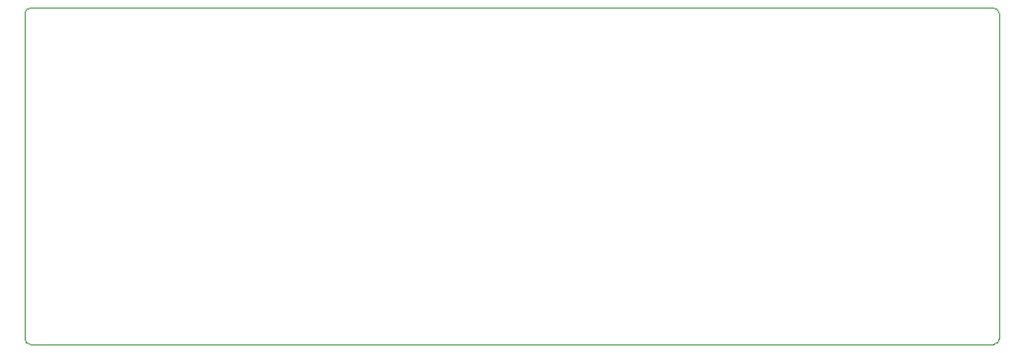
<source format=gm1>
G04 #@! TF.GenerationSoftware,KiCad,Pcbnew,(5.1.4)-1*
G04 #@! TF.CreationDate,2019-11-11T11:41:27+05:30*
G04 #@! TF.ProjectId,senseEle_PCB_Antenna_rev1,73656e73-6545-46c6-955f-5043425f416e,rev?*
G04 #@! TF.SameCoordinates,Original*
G04 #@! TF.FileFunction,Profile,NP*
%FSLAX46Y46*%
G04 Gerber Fmt 4.6, Leading zero omitted, Abs format (unit mm)*
G04 Created by KiCad (PCBNEW (5.1.4)-1) date 2019-11-11 11:41:27*
%MOMM*%
%LPD*%
G04 APERTURE LIST*
%ADD10C,0.050000*%
G04 APERTURE END LIST*
D10*
X96300000Y-10000000D02*
G75*
G02X96800000Y-10500000I0J-500000D01*
G01*
X96800000Y-39500000D02*
G75*
G02X96300000Y-40000000I-500000J0D01*
G01*
X10500000Y-40000000D02*
G75*
G02X10000000Y-39500000I0J500000D01*
G01*
X10000000Y-10500000D02*
G75*
G02X10500000Y-10000000I500000J0D01*
G01*
X96300000Y-10000000D02*
X10500000Y-10000000D01*
X96800000Y-39500000D02*
X96800000Y-10500000D01*
X10500000Y-40000000D02*
X96300000Y-40000000D01*
X10000000Y-10500000D02*
X10000000Y-39500000D01*
M02*

</source>
